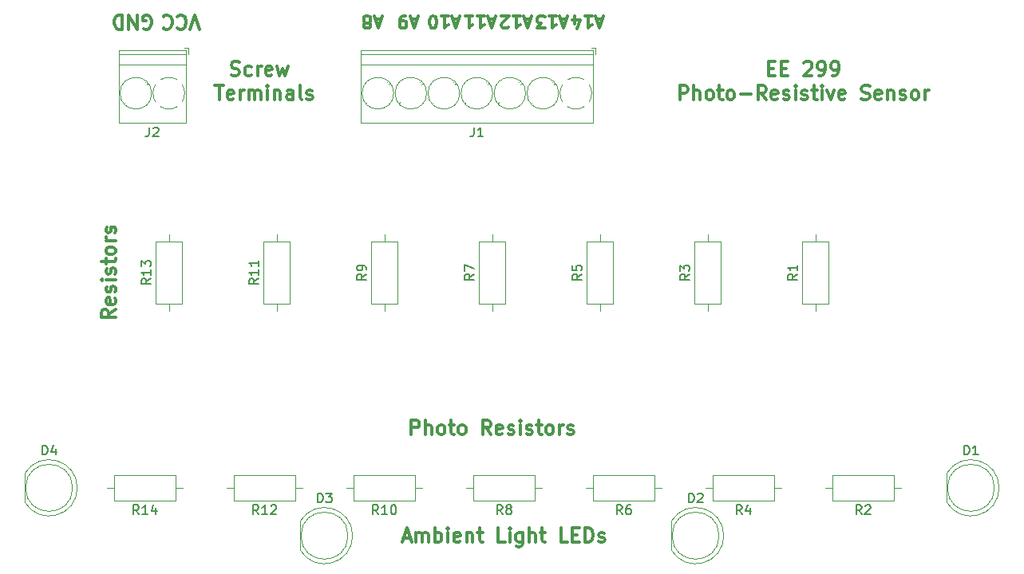
<source format=gbr>
G04 #@! TF.GenerationSoftware,KiCad,Pcbnew,5.1.9-73d0e3b20d~88~ubuntu20.04.1*
G04 #@! TF.CreationDate,2022-04-18T22:37:33-07:00*
G04 #@! TF.ProjectId,Photo_Resistor_Sensing2,50686f74-6f5f-4526-9573-6973746f725f,rev?*
G04 #@! TF.SameCoordinates,Original*
G04 #@! TF.FileFunction,Legend,Top*
G04 #@! TF.FilePolarity,Positive*
%FSLAX46Y46*%
G04 Gerber Fmt 4.6, Leading zero omitted, Abs format (unit mm)*
G04 Created by KiCad (PCBNEW 5.1.9-73d0e3b20d~88~ubuntu20.04.1) date 2022-04-18 22:37:33*
%MOMM*%
%LPD*%
G01*
G04 APERTURE LIST*
%ADD10C,0.300000*%
%ADD11C,0.120000*%
%ADD12C,0.150000*%
G04 APERTURE END LIST*
D10*
X146324285Y-62832142D02*
X146538571Y-62903571D01*
X146895714Y-62903571D01*
X147038571Y-62832142D01*
X147110000Y-62760714D01*
X147181428Y-62617857D01*
X147181428Y-62475000D01*
X147110000Y-62332142D01*
X147038571Y-62260714D01*
X146895714Y-62189285D01*
X146610000Y-62117857D01*
X146467142Y-62046428D01*
X146395714Y-61975000D01*
X146324285Y-61832142D01*
X146324285Y-61689285D01*
X146395714Y-61546428D01*
X146467142Y-61475000D01*
X146610000Y-61403571D01*
X146967142Y-61403571D01*
X147181428Y-61475000D01*
X148467142Y-62832142D02*
X148324285Y-62903571D01*
X148038571Y-62903571D01*
X147895714Y-62832142D01*
X147824285Y-62760714D01*
X147752857Y-62617857D01*
X147752857Y-62189285D01*
X147824285Y-62046428D01*
X147895714Y-61975000D01*
X148038571Y-61903571D01*
X148324285Y-61903571D01*
X148467142Y-61975000D01*
X149110000Y-62903571D02*
X149110000Y-61903571D01*
X149110000Y-62189285D02*
X149181428Y-62046428D01*
X149252857Y-61975000D01*
X149395714Y-61903571D01*
X149538571Y-61903571D01*
X150610000Y-62832142D02*
X150467142Y-62903571D01*
X150181428Y-62903571D01*
X150038571Y-62832142D01*
X149967142Y-62689285D01*
X149967142Y-62117857D01*
X150038571Y-61975000D01*
X150181428Y-61903571D01*
X150467142Y-61903571D01*
X150610000Y-61975000D01*
X150681428Y-62117857D01*
X150681428Y-62260714D01*
X149967142Y-62403571D01*
X151181428Y-61903571D02*
X151467142Y-62903571D01*
X151752857Y-62189285D01*
X152038571Y-62903571D01*
X152324285Y-61903571D01*
X144610000Y-63953571D02*
X145467142Y-63953571D01*
X145038571Y-65453571D02*
X145038571Y-63953571D01*
X146538571Y-65382142D02*
X146395714Y-65453571D01*
X146110000Y-65453571D01*
X145967142Y-65382142D01*
X145895714Y-65239285D01*
X145895714Y-64667857D01*
X145967142Y-64525000D01*
X146110000Y-64453571D01*
X146395714Y-64453571D01*
X146538571Y-64525000D01*
X146610000Y-64667857D01*
X146610000Y-64810714D01*
X145895714Y-64953571D01*
X147252857Y-65453571D02*
X147252857Y-64453571D01*
X147252857Y-64739285D02*
X147324285Y-64596428D01*
X147395714Y-64525000D01*
X147538571Y-64453571D01*
X147681428Y-64453571D01*
X148181428Y-65453571D02*
X148181428Y-64453571D01*
X148181428Y-64596428D02*
X148252857Y-64525000D01*
X148395714Y-64453571D01*
X148610000Y-64453571D01*
X148752857Y-64525000D01*
X148824285Y-64667857D01*
X148824285Y-65453571D01*
X148824285Y-64667857D02*
X148895714Y-64525000D01*
X149038571Y-64453571D01*
X149252857Y-64453571D01*
X149395714Y-64525000D01*
X149467142Y-64667857D01*
X149467142Y-65453571D01*
X150181428Y-65453571D02*
X150181428Y-64453571D01*
X150181428Y-63953571D02*
X150110000Y-64025000D01*
X150181428Y-64096428D01*
X150252857Y-64025000D01*
X150181428Y-63953571D01*
X150181428Y-64096428D01*
X150895714Y-64453571D02*
X150895714Y-65453571D01*
X150895714Y-64596428D02*
X150967142Y-64525000D01*
X151110000Y-64453571D01*
X151324285Y-64453571D01*
X151467142Y-64525000D01*
X151538571Y-64667857D01*
X151538571Y-65453571D01*
X152895714Y-65453571D02*
X152895714Y-64667857D01*
X152824285Y-64525000D01*
X152681428Y-64453571D01*
X152395714Y-64453571D01*
X152252857Y-64525000D01*
X152895714Y-65382142D02*
X152752857Y-65453571D01*
X152395714Y-65453571D01*
X152252857Y-65382142D01*
X152181428Y-65239285D01*
X152181428Y-65096428D01*
X152252857Y-64953571D01*
X152395714Y-64882142D01*
X152752857Y-64882142D01*
X152895714Y-64810714D01*
X153824285Y-65453571D02*
X153681428Y-65382142D01*
X153610000Y-65239285D01*
X153610000Y-63953571D01*
X154324285Y-65382142D02*
X154467142Y-65453571D01*
X154752857Y-65453571D01*
X154895714Y-65382142D01*
X154967142Y-65239285D01*
X154967142Y-65167857D01*
X154895714Y-65025000D01*
X154752857Y-64953571D01*
X154538571Y-64953571D01*
X154395714Y-64882142D01*
X154324285Y-64739285D01*
X154324285Y-64667857D01*
X154395714Y-64525000D01*
X154538571Y-64453571D01*
X154752857Y-64453571D01*
X154895714Y-64525000D01*
X203295714Y-62117857D02*
X203795714Y-62117857D01*
X204010000Y-62903571D02*
X203295714Y-62903571D01*
X203295714Y-61403571D01*
X204010000Y-61403571D01*
X204652857Y-62117857D02*
X205152857Y-62117857D01*
X205367142Y-62903571D02*
X204652857Y-62903571D01*
X204652857Y-61403571D01*
X205367142Y-61403571D01*
X207081428Y-61546428D02*
X207152857Y-61475000D01*
X207295714Y-61403571D01*
X207652857Y-61403571D01*
X207795714Y-61475000D01*
X207867142Y-61546428D01*
X207938571Y-61689285D01*
X207938571Y-61832142D01*
X207867142Y-62046428D01*
X207010000Y-62903571D01*
X207938571Y-62903571D01*
X208652857Y-62903571D02*
X208938571Y-62903571D01*
X209081428Y-62832142D01*
X209152857Y-62760714D01*
X209295714Y-62546428D01*
X209367142Y-62260714D01*
X209367142Y-61689285D01*
X209295714Y-61546428D01*
X209224285Y-61475000D01*
X209081428Y-61403571D01*
X208795714Y-61403571D01*
X208652857Y-61475000D01*
X208581428Y-61546428D01*
X208510000Y-61689285D01*
X208510000Y-62046428D01*
X208581428Y-62189285D01*
X208652857Y-62260714D01*
X208795714Y-62332142D01*
X209081428Y-62332142D01*
X209224285Y-62260714D01*
X209295714Y-62189285D01*
X209367142Y-62046428D01*
X210081428Y-62903571D02*
X210367142Y-62903571D01*
X210510000Y-62832142D01*
X210581428Y-62760714D01*
X210724285Y-62546428D01*
X210795714Y-62260714D01*
X210795714Y-61689285D01*
X210724285Y-61546428D01*
X210652857Y-61475000D01*
X210510000Y-61403571D01*
X210224285Y-61403571D01*
X210081428Y-61475000D01*
X210010000Y-61546428D01*
X209938571Y-61689285D01*
X209938571Y-62046428D01*
X210010000Y-62189285D01*
X210081428Y-62260714D01*
X210224285Y-62332142D01*
X210510000Y-62332142D01*
X210652857Y-62260714D01*
X210724285Y-62189285D01*
X210795714Y-62046428D01*
X193902857Y-65453571D02*
X193902857Y-63953571D01*
X194474285Y-63953571D01*
X194617142Y-64025000D01*
X194688571Y-64096428D01*
X194759999Y-64239285D01*
X194759999Y-64453571D01*
X194688571Y-64596428D01*
X194617142Y-64667857D01*
X194474285Y-64739285D01*
X193902857Y-64739285D01*
X195402857Y-65453571D02*
X195402857Y-63953571D01*
X196045714Y-65453571D02*
X196045714Y-64667857D01*
X195974285Y-64525000D01*
X195831428Y-64453571D01*
X195617142Y-64453571D01*
X195474285Y-64525000D01*
X195402857Y-64596428D01*
X196974285Y-65453571D02*
X196831428Y-65382142D01*
X196759999Y-65310714D01*
X196688571Y-65167857D01*
X196688571Y-64739285D01*
X196759999Y-64596428D01*
X196831428Y-64525000D01*
X196974285Y-64453571D01*
X197188571Y-64453571D01*
X197331428Y-64525000D01*
X197402857Y-64596428D01*
X197474285Y-64739285D01*
X197474285Y-65167857D01*
X197402857Y-65310714D01*
X197331428Y-65382142D01*
X197188571Y-65453571D01*
X196974285Y-65453571D01*
X197902857Y-64453571D02*
X198474285Y-64453571D01*
X198117142Y-63953571D02*
X198117142Y-65239285D01*
X198188571Y-65382142D01*
X198331428Y-65453571D01*
X198474285Y-65453571D01*
X199188571Y-65453571D02*
X199045714Y-65382142D01*
X198974285Y-65310714D01*
X198902857Y-65167857D01*
X198902857Y-64739285D01*
X198974285Y-64596428D01*
X199045714Y-64525000D01*
X199188571Y-64453571D01*
X199402857Y-64453571D01*
X199545714Y-64525000D01*
X199617142Y-64596428D01*
X199688571Y-64739285D01*
X199688571Y-65167857D01*
X199617142Y-65310714D01*
X199545714Y-65382142D01*
X199402857Y-65453571D01*
X199188571Y-65453571D01*
X200331428Y-64882142D02*
X201474285Y-64882142D01*
X203045714Y-65453571D02*
X202545714Y-64739285D01*
X202188571Y-65453571D02*
X202188571Y-63953571D01*
X202759999Y-63953571D01*
X202902857Y-64025000D01*
X202974285Y-64096428D01*
X203045714Y-64239285D01*
X203045714Y-64453571D01*
X202974285Y-64596428D01*
X202902857Y-64667857D01*
X202759999Y-64739285D01*
X202188571Y-64739285D01*
X204259999Y-65382142D02*
X204117142Y-65453571D01*
X203831428Y-65453571D01*
X203688571Y-65382142D01*
X203617142Y-65239285D01*
X203617142Y-64667857D01*
X203688571Y-64525000D01*
X203831428Y-64453571D01*
X204117142Y-64453571D01*
X204259999Y-64525000D01*
X204331428Y-64667857D01*
X204331428Y-64810714D01*
X203617142Y-64953571D01*
X204902857Y-65382142D02*
X205045714Y-65453571D01*
X205331428Y-65453571D01*
X205474285Y-65382142D01*
X205545714Y-65239285D01*
X205545714Y-65167857D01*
X205474285Y-65025000D01*
X205331428Y-64953571D01*
X205117142Y-64953571D01*
X204974285Y-64882142D01*
X204902857Y-64739285D01*
X204902857Y-64667857D01*
X204974285Y-64525000D01*
X205117142Y-64453571D01*
X205331428Y-64453571D01*
X205474285Y-64525000D01*
X206188571Y-65453571D02*
X206188571Y-64453571D01*
X206188571Y-63953571D02*
X206117142Y-64025000D01*
X206188571Y-64096428D01*
X206259999Y-64025000D01*
X206188571Y-63953571D01*
X206188571Y-64096428D01*
X206831428Y-65382142D02*
X206974285Y-65453571D01*
X207259999Y-65453571D01*
X207402857Y-65382142D01*
X207474285Y-65239285D01*
X207474285Y-65167857D01*
X207402857Y-65025000D01*
X207259999Y-64953571D01*
X207045714Y-64953571D01*
X206902857Y-64882142D01*
X206831428Y-64739285D01*
X206831428Y-64667857D01*
X206902857Y-64525000D01*
X207045714Y-64453571D01*
X207259999Y-64453571D01*
X207402857Y-64525000D01*
X207902857Y-64453571D02*
X208474285Y-64453571D01*
X208117142Y-63953571D02*
X208117142Y-65239285D01*
X208188571Y-65382142D01*
X208331428Y-65453571D01*
X208474285Y-65453571D01*
X208974285Y-65453571D02*
X208974285Y-64453571D01*
X208974285Y-63953571D02*
X208902857Y-64025000D01*
X208974285Y-64096428D01*
X209045714Y-64025000D01*
X208974285Y-63953571D01*
X208974285Y-64096428D01*
X209545714Y-64453571D02*
X209902857Y-65453571D01*
X210259999Y-64453571D01*
X211402857Y-65382142D02*
X211260000Y-65453571D01*
X210974285Y-65453571D01*
X210831428Y-65382142D01*
X210760000Y-65239285D01*
X210760000Y-64667857D01*
X210831428Y-64525000D01*
X210974285Y-64453571D01*
X211260000Y-64453571D01*
X211402857Y-64525000D01*
X211474285Y-64667857D01*
X211474285Y-64810714D01*
X210760000Y-64953571D01*
X213188571Y-65382142D02*
X213402857Y-65453571D01*
X213760000Y-65453571D01*
X213902857Y-65382142D01*
X213974285Y-65310714D01*
X214045714Y-65167857D01*
X214045714Y-65025000D01*
X213974285Y-64882142D01*
X213902857Y-64810714D01*
X213760000Y-64739285D01*
X213474285Y-64667857D01*
X213331428Y-64596428D01*
X213260000Y-64525000D01*
X213188571Y-64382142D01*
X213188571Y-64239285D01*
X213260000Y-64096428D01*
X213331428Y-64025000D01*
X213474285Y-63953571D01*
X213831428Y-63953571D01*
X214045714Y-64025000D01*
X215260000Y-65382142D02*
X215117142Y-65453571D01*
X214831428Y-65453571D01*
X214688571Y-65382142D01*
X214617142Y-65239285D01*
X214617142Y-64667857D01*
X214688571Y-64525000D01*
X214831428Y-64453571D01*
X215117142Y-64453571D01*
X215260000Y-64525000D01*
X215331428Y-64667857D01*
X215331428Y-64810714D01*
X214617142Y-64953571D01*
X215974285Y-64453571D02*
X215974285Y-65453571D01*
X215974285Y-64596428D02*
X216045714Y-64525000D01*
X216188571Y-64453571D01*
X216402857Y-64453571D01*
X216545714Y-64525000D01*
X216617142Y-64667857D01*
X216617142Y-65453571D01*
X217260000Y-65382142D02*
X217402857Y-65453571D01*
X217688571Y-65453571D01*
X217831428Y-65382142D01*
X217902857Y-65239285D01*
X217902857Y-65167857D01*
X217831428Y-65025000D01*
X217688571Y-64953571D01*
X217474285Y-64953571D01*
X217331428Y-64882142D01*
X217260000Y-64739285D01*
X217260000Y-64667857D01*
X217331428Y-64525000D01*
X217474285Y-64453571D01*
X217688571Y-64453571D01*
X217831428Y-64525000D01*
X218760000Y-65453571D02*
X218617142Y-65382142D01*
X218545714Y-65310714D01*
X218474285Y-65167857D01*
X218474285Y-64739285D01*
X218545714Y-64596428D01*
X218617142Y-64525000D01*
X218760000Y-64453571D01*
X218974285Y-64453571D01*
X219117142Y-64525000D01*
X219188571Y-64596428D01*
X219260000Y-64739285D01*
X219260000Y-65167857D01*
X219188571Y-65310714D01*
X219117142Y-65382142D01*
X218974285Y-65453571D01*
X218760000Y-65453571D01*
X219902857Y-65453571D02*
X219902857Y-64453571D01*
X219902857Y-64739285D02*
X219974285Y-64596428D01*
X220045714Y-64525000D01*
X220188571Y-64453571D01*
X220331428Y-64453571D01*
X137032857Y-57900000D02*
X137175714Y-57971428D01*
X137390000Y-57971428D01*
X137604285Y-57900000D01*
X137747142Y-57757142D01*
X137818571Y-57614285D01*
X137890000Y-57328571D01*
X137890000Y-57114285D01*
X137818571Y-56828571D01*
X137747142Y-56685714D01*
X137604285Y-56542857D01*
X137390000Y-56471428D01*
X137247142Y-56471428D01*
X137032857Y-56542857D01*
X136961428Y-56614285D01*
X136961428Y-57114285D01*
X137247142Y-57114285D01*
X136318571Y-56471428D02*
X136318571Y-57971428D01*
X135461428Y-56471428D01*
X135461428Y-57971428D01*
X134747142Y-56471428D02*
X134747142Y-57971428D01*
X134390000Y-57971428D01*
X134175714Y-57900000D01*
X134032857Y-57757142D01*
X133961428Y-57614285D01*
X133890000Y-57328571D01*
X133890000Y-57114285D01*
X133961428Y-56828571D01*
X134032857Y-56685714D01*
X134175714Y-56542857D01*
X134390000Y-56471428D01*
X134747142Y-56471428D01*
X142970000Y-57971428D02*
X142470000Y-56471428D01*
X141970000Y-57971428D01*
X140612857Y-56614285D02*
X140684285Y-56542857D01*
X140898571Y-56471428D01*
X141041428Y-56471428D01*
X141255714Y-56542857D01*
X141398571Y-56685714D01*
X141470000Y-56828571D01*
X141541428Y-57114285D01*
X141541428Y-57328571D01*
X141470000Y-57614285D01*
X141398571Y-57757142D01*
X141255714Y-57900000D01*
X141041428Y-57971428D01*
X140898571Y-57971428D01*
X140684285Y-57900000D01*
X140612857Y-57828571D01*
X139112857Y-56614285D02*
X139184285Y-56542857D01*
X139398571Y-56471428D01*
X139541428Y-56471428D01*
X139755714Y-56542857D01*
X139898571Y-56685714D01*
X139970000Y-56828571D01*
X140041428Y-57114285D01*
X140041428Y-57328571D01*
X139970000Y-57614285D01*
X139898571Y-57757142D01*
X139755714Y-57900000D01*
X139541428Y-57971428D01*
X139398571Y-57971428D01*
X139184285Y-57900000D01*
X139112857Y-57828571D01*
X185697619Y-56933333D02*
X185078571Y-56933333D01*
X185821428Y-56561904D02*
X185388095Y-57861904D01*
X184954761Y-56561904D01*
X183840476Y-56561904D02*
X184583333Y-56561904D01*
X184211904Y-56561904D02*
X184211904Y-57861904D01*
X184335714Y-57676190D01*
X184459523Y-57552380D01*
X184583333Y-57490476D01*
X182726190Y-57428571D02*
X182726190Y-56561904D01*
X183035714Y-57923809D02*
X183345238Y-56995238D01*
X182540476Y-56995238D01*
X181887619Y-56933333D02*
X181268571Y-56933333D01*
X182011428Y-56561904D02*
X181578095Y-57861904D01*
X181144761Y-56561904D01*
X180030476Y-56561904D02*
X180773333Y-56561904D01*
X180401904Y-56561904D02*
X180401904Y-57861904D01*
X180525714Y-57676190D01*
X180649523Y-57552380D01*
X180773333Y-57490476D01*
X179597142Y-57861904D02*
X178792380Y-57861904D01*
X179225714Y-57366666D01*
X179040000Y-57366666D01*
X178916190Y-57304761D01*
X178854285Y-57242857D01*
X178792380Y-57119047D01*
X178792380Y-56809523D01*
X178854285Y-56685714D01*
X178916190Y-56623809D01*
X179040000Y-56561904D01*
X179411428Y-56561904D01*
X179535238Y-56623809D01*
X179597142Y-56685714D01*
X178077619Y-56933333D02*
X177458571Y-56933333D01*
X178201428Y-56561904D02*
X177768095Y-57861904D01*
X177334761Y-56561904D01*
X176220476Y-56561904D02*
X176963333Y-56561904D01*
X176591904Y-56561904D02*
X176591904Y-57861904D01*
X176715714Y-57676190D01*
X176839523Y-57552380D01*
X176963333Y-57490476D01*
X175725238Y-57738095D02*
X175663333Y-57800000D01*
X175539523Y-57861904D01*
X175230000Y-57861904D01*
X175106190Y-57800000D01*
X175044285Y-57738095D01*
X174982380Y-57614285D01*
X174982380Y-57490476D01*
X175044285Y-57304761D01*
X175787142Y-56561904D01*
X174982380Y-56561904D01*
X174267619Y-56933333D02*
X173648571Y-56933333D01*
X174391428Y-56561904D02*
X173958095Y-57861904D01*
X173524761Y-56561904D01*
X172410476Y-56561904D02*
X173153333Y-56561904D01*
X172781904Y-56561904D02*
X172781904Y-57861904D01*
X172905714Y-57676190D01*
X173029523Y-57552380D01*
X173153333Y-57490476D01*
X171172380Y-56561904D02*
X171915238Y-56561904D01*
X171543809Y-56561904D02*
X171543809Y-57861904D01*
X171667619Y-57676190D01*
X171791428Y-57552380D01*
X171915238Y-57490476D01*
X170457619Y-56933333D02*
X169838571Y-56933333D01*
X170581428Y-56561904D02*
X170148095Y-57861904D01*
X169714761Y-56561904D01*
X168600476Y-56561904D02*
X169343333Y-56561904D01*
X168971904Y-56561904D02*
X168971904Y-57861904D01*
X169095714Y-57676190D01*
X169219523Y-57552380D01*
X169343333Y-57490476D01*
X167795714Y-57861904D02*
X167671904Y-57861904D01*
X167548095Y-57800000D01*
X167486190Y-57738095D01*
X167424285Y-57614285D01*
X167362380Y-57366666D01*
X167362380Y-57057142D01*
X167424285Y-56809523D01*
X167486190Y-56685714D01*
X167548095Y-56623809D01*
X167671904Y-56561904D01*
X167795714Y-56561904D01*
X167919523Y-56623809D01*
X167981428Y-56685714D01*
X168043333Y-56809523D01*
X168105238Y-57057142D01*
X168105238Y-57366666D01*
X168043333Y-57614285D01*
X167981428Y-57738095D01*
X167919523Y-57800000D01*
X167795714Y-57861904D01*
X166028571Y-56933333D02*
X165409523Y-56933333D01*
X166152380Y-56561904D02*
X165719047Y-57861904D01*
X165285714Y-56561904D01*
X164790476Y-56561904D02*
X164542857Y-56561904D01*
X164419047Y-56623809D01*
X164357142Y-56685714D01*
X164233333Y-56871428D01*
X164171428Y-57119047D01*
X164171428Y-57614285D01*
X164233333Y-57738095D01*
X164295238Y-57800000D01*
X164419047Y-57861904D01*
X164666666Y-57861904D01*
X164790476Y-57800000D01*
X164852380Y-57738095D01*
X164914285Y-57614285D01*
X164914285Y-57304761D01*
X164852380Y-57180952D01*
X164790476Y-57119047D01*
X164666666Y-57057142D01*
X164419047Y-57057142D01*
X164295238Y-57119047D01*
X164233333Y-57180952D01*
X164171428Y-57304761D01*
X162218571Y-56933333D02*
X161599523Y-56933333D01*
X162342380Y-56561904D02*
X161909047Y-57861904D01*
X161475714Y-56561904D01*
X160856666Y-57304761D02*
X160980476Y-57366666D01*
X161042380Y-57428571D01*
X161104285Y-57552380D01*
X161104285Y-57614285D01*
X161042380Y-57738095D01*
X160980476Y-57800000D01*
X160856666Y-57861904D01*
X160609047Y-57861904D01*
X160485238Y-57800000D01*
X160423333Y-57738095D01*
X160361428Y-57614285D01*
X160361428Y-57552380D01*
X160423333Y-57428571D01*
X160485238Y-57366666D01*
X160609047Y-57304761D01*
X160856666Y-57304761D01*
X160980476Y-57242857D01*
X161042380Y-57180952D01*
X161104285Y-57057142D01*
X161104285Y-56809523D01*
X161042380Y-56685714D01*
X160980476Y-56623809D01*
X160856666Y-56561904D01*
X160609047Y-56561904D01*
X160485238Y-56623809D01*
X160423333Y-56685714D01*
X160361428Y-56809523D01*
X160361428Y-57057142D01*
X160423333Y-57180952D01*
X160485238Y-57242857D01*
X160609047Y-57304761D01*
X164581428Y-112010000D02*
X165295714Y-112010000D01*
X164438571Y-112438571D02*
X164938571Y-110938571D01*
X165438571Y-112438571D01*
X165938571Y-112438571D02*
X165938571Y-111438571D01*
X165938571Y-111581428D02*
X166010000Y-111510000D01*
X166152857Y-111438571D01*
X166367142Y-111438571D01*
X166510000Y-111510000D01*
X166581428Y-111652857D01*
X166581428Y-112438571D01*
X166581428Y-111652857D02*
X166652857Y-111510000D01*
X166795714Y-111438571D01*
X167010000Y-111438571D01*
X167152857Y-111510000D01*
X167224285Y-111652857D01*
X167224285Y-112438571D01*
X167938571Y-112438571D02*
X167938571Y-110938571D01*
X167938571Y-111510000D02*
X168081428Y-111438571D01*
X168367142Y-111438571D01*
X168510000Y-111510000D01*
X168581428Y-111581428D01*
X168652857Y-111724285D01*
X168652857Y-112152857D01*
X168581428Y-112295714D01*
X168510000Y-112367142D01*
X168367142Y-112438571D01*
X168081428Y-112438571D01*
X167938571Y-112367142D01*
X169295714Y-112438571D02*
X169295714Y-111438571D01*
X169295714Y-110938571D02*
X169224285Y-111010000D01*
X169295714Y-111081428D01*
X169367142Y-111010000D01*
X169295714Y-110938571D01*
X169295714Y-111081428D01*
X170581428Y-112367142D02*
X170438571Y-112438571D01*
X170152857Y-112438571D01*
X170010000Y-112367142D01*
X169938571Y-112224285D01*
X169938571Y-111652857D01*
X170010000Y-111510000D01*
X170152857Y-111438571D01*
X170438571Y-111438571D01*
X170581428Y-111510000D01*
X170652857Y-111652857D01*
X170652857Y-111795714D01*
X169938571Y-111938571D01*
X171295714Y-111438571D02*
X171295714Y-112438571D01*
X171295714Y-111581428D02*
X171367142Y-111510000D01*
X171510000Y-111438571D01*
X171724285Y-111438571D01*
X171867142Y-111510000D01*
X171938571Y-111652857D01*
X171938571Y-112438571D01*
X172438571Y-111438571D02*
X173010000Y-111438571D01*
X172652857Y-110938571D02*
X172652857Y-112224285D01*
X172724285Y-112367142D01*
X172867142Y-112438571D01*
X173010000Y-112438571D01*
X175367142Y-112438571D02*
X174652857Y-112438571D01*
X174652857Y-110938571D01*
X175867142Y-112438571D02*
X175867142Y-111438571D01*
X175867142Y-110938571D02*
X175795714Y-111010000D01*
X175867142Y-111081428D01*
X175938571Y-111010000D01*
X175867142Y-110938571D01*
X175867142Y-111081428D01*
X177224285Y-111438571D02*
X177224285Y-112652857D01*
X177152857Y-112795714D01*
X177081428Y-112867142D01*
X176938571Y-112938571D01*
X176724285Y-112938571D01*
X176581428Y-112867142D01*
X177224285Y-112367142D02*
X177081428Y-112438571D01*
X176795714Y-112438571D01*
X176652857Y-112367142D01*
X176581428Y-112295714D01*
X176510000Y-112152857D01*
X176510000Y-111724285D01*
X176581428Y-111581428D01*
X176652857Y-111510000D01*
X176795714Y-111438571D01*
X177081428Y-111438571D01*
X177224285Y-111510000D01*
X177938571Y-112438571D02*
X177938571Y-110938571D01*
X178581428Y-112438571D02*
X178581428Y-111652857D01*
X178510000Y-111510000D01*
X178367142Y-111438571D01*
X178152857Y-111438571D01*
X178010000Y-111510000D01*
X177938571Y-111581428D01*
X179081428Y-111438571D02*
X179652857Y-111438571D01*
X179295714Y-110938571D02*
X179295714Y-112224285D01*
X179367142Y-112367142D01*
X179510000Y-112438571D01*
X179652857Y-112438571D01*
X182010000Y-112438571D02*
X181295714Y-112438571D01*
X181295714Y-110938571D01*
X182510000Y-111652857D02*
X183010000Y-111652857D01*
X183224285Y-112438571D02*
X182510000Y-112438571D01*
X182510000Y-110938571D01*
X183224285Y-110938571D01*
X183867142Y-112438571D02*
X183867142Y-110938571D01*
X184224285Y-110938571D01*
X184438571Y-111010000D01*
X184581428Y-111152857D01*
X184652857Y-111295714D01*
X184724285Y-111581428D01*
X184724285Y-111795714D01*
X184652857Y-112081428D01*
X184581428Y-112224285D01*
X184438571Y-112367142D01*
X184224285Y-112438571D01*
X183867142Y-112438571D01*
X185295714Y-112367142D02*
X185438571Y-112438571D01*
X185724285Y-112438571D01*
X185867142Y-112367142D01*
X185938571Y-112224285D01*
X185938571Y-112152857D01*
X185867142Y-112010000D01*
X185724285Y-111938571D01*
X185510000Y-111938571D01*
X185367142Y-111867142D01*
X185295714Y-111724285D01*
X185295714Y-111652857D01*
X185367142Y-111510000D01*
X185510000Y-111438571D01*
X185724285Y-111438571D01*
X185867142Y-111510000D01*
X165418571Y-101008571D02*
X165418571Y-99508571D01*
X165990000Y-99508571D01*
X166132857Y-99580000D01*
X166204285Y-99651428D01*
X166275714Y-99794285D01*
X166275714Y-100008571D01*
X166204285Y-100151428D01*
X166132857Y-100222857D01*
X165990000Y-100294285D01*
X165418571Y-100294285D01*
X166918571Y-101008571D02*
X166918571Y-99508571D01*
X167561428Y-101008571D02*
X167561428Y-100222857D01*
X167490000Y-100080000D01*
X167347142Y-100008571D01*
X167132857Y-100008571D01*
X166990000Y-100080000D01*
X166918571Y-100151428D01*
X168490000Y-101008571D02*
X168347142Y-100937142D01*
X168275714Y-100865714D01*
X168204285Y-100722857D01*
X168204285Y-100294285D01*
X168275714Y-100151428D01*
X168347142Y-100080000D01*
X168490000Y-100008571D01*
X168704285Y-100008571D01*
X168847142Y-100080000D01*
X168918571Y-100151428D01*
X168990000Y-100294285D01*
X168990000Y-100722857D01*
X168918571Y-100865714D01*
X168847142Y-100937142D01*
X168704285Y-101008571D01*
X168490000Y-101008571D01*
X169418571Y-100008571D02*
X169990000Y-100008571D01*
X169632857Y-99508571D02*
X169632857Y-100794285D01*
X169704285Y-100937142D01*
X169847142Y-101008571D01*
X169990000Y-101008571D01*
X170704285Y-101008571D02*
X170561428Y-100937142D01*
X170490000Y-100865714D01*
X170418571Y-100722857D01*
X170418571Y-100294285D01*
X170490000Y-100151428D01*
X170561428Y-100080000D01*
X170704285Y-100008571D01*
X170918571Y-100008571D01*
X171061428Y-100080000D01*
X171132857Y-100151428D01*
X171204285Y-100294285D01*
X171204285Y-100722857D01*
X171132857Y-100865714D01*
X171061428Y-100937142D01*
X170918571Y-101008571D01*
X170704285Y-101008571D01*
X173847142Y-101008571D02*
X173347142Y-100294285D01*
X172990000Y-101008571D02*
X172990000Y-99508571D01*
X173561428Y-99508571D01*
X173704285Y-99580000D01*
X173775714Y-99651428D01*
X173847142Y-99794285D01*
X173847142Y-100008571D01*
X173775714Y-100151428D01*
X173704285Y-100222857D01*
X173561428Y-100294285D01*
X172990000Y-100294285D01*
X175061428Y-100937142D02*
X174918571Y-101008571D01*
X174632857Y-101008571D01*
X174490000Y-100937142D01*
X174418571Y-100794285D01*
X174418571Y-100222857D01*
X174490000Y-100080000D01*
X174632857Y-100008571D01*
X174918571Y-100008571D01*
X175061428Y-100080000D01*
X175132857Y-100222857D01*
X175132857Y-100365714D01*
X174418571Y-100508571D01*
X175704285Y-100937142D02*
X175847142Y-101008571D01*
X176132857Y-101008571D01*
X176275714Y-100937142D01*
X176347142Y-100794285D01*
X176347142Y-100722857D01*
X176275714Y-100580000D01*
X176132857Y-100508571D01*
X175918571Y-100508571D01*
X175775714Y-100437142D01*
X175704285Y-100294285D01*
X175704285Y-100222857D01*
X175775714Y-100080000D01*
X175918571Y-100008571D01*
X176132857Y-100008571D01*
X176275714Y-100080000D01*
X176990000Y-101008571D02*
X176990000Y-100008571D01*
X176990000Y-99508571D02*
X176918571Y-99580000D01*
X176990000Y-99651428D01*
X177061428Y-99580000D01*
X176990000Y-99508571D01*
X176990000Y-99651428D01*
X177632857Y-100937142D02*
X177775714Y-101008571D01*
X178061428Y-101008571D01*
X178204285Y-100937142D01*
X178275714Y-100794285D01*
X178275714Y-100722857D01*
X178204285Y-100580000D01*
X178061428Y-100508571D01*
X177847142Y-100508571D01*
X177704285Y-100437142D01*
X177632857Y-100294285D01*
X177632857Y-100222857D01*
X177704285Y-100080000D01*
X177847142Y-100008571D01*
X178061428Y-100008571D01*
X178204285Y-100080000D01*
X178704285Y-100008571D02*
X179275714Y-100008571D01*
X178918571Y-99508571D02*
X178918571Y-100794285D01*
X178990000Y-100937142D01*
X179132857Y-101008571D01*
X179275714Y-101008571D01*
X179990000Y-101008571D02*
X179847142Y-100937142D01*
X179775714Y-100865714D01*
X179704285Y-100722857D01*
X179704285Y-100294285D01*
X179775714Y-100151428D01*
X179847142Y-100080000D01*
X179990000Y-100008571D01*
X180204285Y-100008571D01*
X180347142Y-100080000D01*
X180418571Y-100151428D01*
X180490000Y-100294285D01*
X180490000Y-100722857D01*
X180418571Y-100865714D01*
X180347142Y-100937142D01*
X180204285Y-101008571D01*
X179990000Y-101008571D01*
X181132857Y-101008571D02*
X181132857Y-100008571D01*
X181132857Y-100294285D02*
X181204285Y-100151428D01*
X181275714Y-100080000D01*
X181418571Y-100008571D01*
X181561428Y-100008571D01*
X181990000Y-100937142D02*
X182132857Y-101008571D01*
X182418571Y-101008571D01*
X182561428Y-100937142D01*
X182632857Y-100794285D01*
X182632857Y-100722857D01*
X182561428Y-100580000D01*
X182418571Y-100508571D01*
X182204285Y-100508571D01*
X182061428Y-100437142D01*
X181990000Y-100294285D01*
X181990000Y-100222857D01*
X182061428Y-100080000D01*
X182204285Y-100008571D01*
X182418571Y-100008571D01*
X182561428Y-100080000D01*
X134028571Y-87748571D02*
X133314285Y-88248571D01*
X134028571Y-88605714D02*
X132528571Y-88605714D01*
X132528571Y-88034285D01*
X132600000Y-87891428D01*
X132671428Y-87820000D01*
X132814285Y-87748571D01*
X133028571Y-87748571D01*
X133171428Y-87820000D01*
X133242857Y-87891428D01*
X133314285Y-88034285D01*
X133314285Y-88605714D01*
X133957142Y-86534285D02*
X134028571Y-86677142D01*
X134028571Y-86962857D01*
X133957142Y-87105714D01*
X133814285Y-87177142D01*
X133242857Y-87177142D01*
X133100000Y-87105714D01*
X133028571Y-86962857D01*
X133028571Y-86677142D01*
X133100000Y-86534285D01*
X133242857Y-86462857D01*
X133385714Y-86462857D01*
X133528571Y-87177142D01*
X133957142Y-85891428D02*
X134028571Y-85748571D01*
X134028571Y-85462857D01*
X133957142Y-85320000D01*
X133814285Y-85248571D01*
X133742857Y-85248571D01*
X133600000Y-85320000D01*
X133528571Y-85462857D01*
X133528571Y-85677142D01*
X133457142Y-85820000D01*
X133314285Y-85891428D01*
X133242857Y-85891428D01*
X133100000Y-85820000D01*
X133028571Y-85677142D01*
X133028571Y-85462857D01*
X133100000Y-85320000D01*
X134028571Y-84605714D02*
X133028571Y-84605714D01*
X132528571Y-84605714D02*
X132600000Y-84677142D01*
X132671428Y-84605714D01*
X132600000Y-84534285D01*
X132528571Y-84605714D01*
X132671428Y-84605714D01*
X133957142Y-83962857D02*
X134028571Y-83820000D01*
X134028571Y-83534285D01*
X133957142Y-83391428D01*
X133814285Y-83320000D01*
X133742857Y-83320000D01*
X133600000Y-83391428D01*
X133528571Y-83534285D01*
X133528571Y-83748571D01*
X133457142Y-83891428D01*
X133314285Y-83962857D01*
X133242857Y-83962857D01*
X133100000Y-83891428D01*
X133028571Y-83748571D01*
X133028571Y-83534285D01*
X133100000Y-83391428D01*
X133028571Y-82891428D02*
X133028571Y-82320000D01*
X132528571Y-82677142D02*
X133814285Y-82677142D01*
X133957142Y-82605714D01*
X134028571Y-82462857D01*
X134028571Y-82320000D01*
X134028571Y-81605714D02*
X133957142Y-81748571D01*
X133885714Y-81820000D01*
X133742857Y-81891428D01*
X133314285Y-81891428D01*
X133171428Y-81820000D01*
X133100000Y-81748571D01*
X133028571Y-81605714D01*
X133028571Y-81391428D01*
X133100000Y-81248571D01*
X133171428Y-81177142D01*
X133314285Y-81105714D01*
X133742857Y-81105714D01*
X133885714Y-81177142D01*
X133957142Y-81248571D01*
X134028571Y-81391428D01*
X134028571Y-81605714D01*
X134028571Y-80462857D02*
X133028571Y-80462857D01*
X133314285Y-80462857D02*
X133171428Y-80391428D01*
X133100000Y-80320000D01*
X133028571Y-80177142D01*
X133028571Y-80034285D01*
X133957142Y-79605714D02*
X134028571Y-79462857D01*
X134028571Y-79177142D01*
X133957142Y-79034285D01*
X133814285Y-78962857D01*
X133742857Y-78962857D01*
X133600000Y-79034285D01*
X133528571Y-79177142D01*
X133528571Y-79391428D01*
X133457142Y-79534285D01*
X133314285Y-79605714D01*
X133242857Y-79605714D01*
X133100000Y-79534285D01*
X133028571Y-79391428D01*
X133028571Y-79177142D01*
X133100000Y-79034285D01*
D11*
G04 #@! TO.C,D1*
X222230000Y-105135000D02*
X222230000Y-108225000D01*
X227290000Y-106680000D02*
G75*
G03*
X227290000Y-106680000I-2500000J0D01*
G01*
X227780000Y-106680462D02*
G75*
G03*
X222230000Y-105135170I-2990000J462D01*
G01*
X227780000Y-106679538D02*
G75*
G02*
X222230000Y-108224830I-2990000J-462D01*
G01*
G04 #@! TO.C,D2*
X198570000Y-111759538D02*
G75*
G02*
X193020000Y-113304830I-2990000J-462D01*
G01*
X198570000Y-111760462D02*
G75*
G03*
X193020000Y-110215170I-2990000J462D01*
G01*
X198080000Y-111760000D02*
G75*
G03*
X198080000Y-111760000I-2500000J0D01*
G01*
X193020000Y-110215000D02*
X193020000Y-113305000D01*
G04 #@! TO.C,D3*
X153650000Y-110215000D02*
X153650000Y-113305000D01*
X158710000Y-111760000D02*
G75*
G03*
X158710000Y-111760000I-2500000J0D01*
G01*
X159200000Y-111760462D02*
G75*
G03*
X153650000Y-110215170I-2990000J462D01*
G01*
X159200000Y-111759538D02*
G75*
G02*
X153650000Y-113304830I-2990000J-462D01*
G01*
G04 #@! TO.C,D4*
X129990000Y-106679538D02*
G75*
G02*
X124440000Y-108224830I-2990000J-462D01*
G01*
X129990000Y-106680462D02*
G75*
G03*
X124440000Y-105135170I-2990000J462D01*
G01*
X129500000Y-106680000D02*
G75*
G03*
X129500000Y-106680000I-2500000J0D01*
G01*
X124440000Y-105135000D02*
X124440000Y-108225000D01*
G04 #@! TO.C,J1*
X184930000Y-59970000D02*
X184530000Y-59970000D01*
X184930000Y-60610000D02*
X184930000Y-59970000D01*
X163025000Y-63829000D02*
X163154000Y-63701000D01*
X160810000Y-66045000D02*
X160904000Y-65951000D01*
X162855000Y-63589000D02*
X162949000Y-63496000D01*
X160605000Y-65839000D02*
X160734000Y-65711000D01*
X166525000Y-63829000D02*
X166654000Y-63701000D01*
X164310000Y-66045000D02*
X164404000Y-65951000D01*
X166355000Y-63589000D02*
X166449000Y-63496000D01*
X164105000Y-65839000D02*
X164234000Y-65711000D01*
X170025000Y-63829000D02*
X170154000Y-63701000D01*
X167810000Y-66045000D02*
X167904000Y-65951000D01*
X169855000Y-63589000D02*
X169949000Y-63496000D01*
X167605000Y-65839000D02*
X167734000Y-65711000D01*
X173525000Y-63829000D02*
X173654000Y-63701000D01*
X171310000Y-66045000D02*
X171404000Y-65951000D01*
X173355000Y-63589000D02*
X173449000Y-63496000D01*
X171105000Y-65839000D02*
X171234000Y-65711000D01*
X177025000Y-63829000D02*
X177154000Y-63701000D01*
X174810000Y-66045000D02*
X174904000Y-65951000D01*
X176855000Y-63589000D02*
X176949000Y-63496000D01*
X174605000Y-65839000D02*
X174734000Y-65711000D01*
X180525000Y-63829000D02*
X180654000Y-63701000D01*
X178310000Y-66045000D02*
X178404000Y-65951000D01*
X180355000Y-63589000D02*
X180449000Y-63496000D01*
X178105000Y-65839000D02*
X178234000Y-65711000D01*
X160070000Y-67930000D02*
X160070000Y-60210000D01*
X184690000Y-67930000D02*
X184690000Y-60210000D01*
X184690000Y-60210000D02*
X160070000Y-60210000D01*
X184690000Y-67930000D02*
X160070000Y-67930000D01*
X184690000Y-61770000D02*
X160070000Y-61770000D01*
X184690000Y-60670000D02*
X160070000Y-60670000D01*
X163560000Y-64770000D02*
G75*
G03*
X163560000Y-64770000I-1680000J0D01*
G01*
X167060000Y-64770000D02*
G75*
G03*
X167060000Y-64770000I-1680000J0D01*
G01*
X170560000Y-64770000D02*
G75*
G03*
X170560000Y-64770000I-1680000J0D01*
G01*
X174060000Y-64770000D02*
G75*
G03*
X174060000Y-64770000I-1680000J0D01*
G01*
X177560000Y-64770000D02*
G75*
G03*
X177560000Y-64770000I-1680000J0D01*
G01*
X181060000Y-64770000D02*
G75*
G03*
X181060000Y-64770000I-1680000J0D01*
G01*
X181989736Y-63345279D02*
G75*
G02*
X182880000Y-63090000I890264J-1424721D01*
G01*
X181454495Y-65660193D02*
G75*
G02*
X181455000Y-63879000I1425505J890193D01*
G01*
X183769894Y-66195358D02*
G75*
G02*
X182014000Y-66210000I-889894J1425358D01*
G01*
X184305358Y-63880106D02*
G75*
G02*
X184320000Y-65636000I-1425358J-889894D01*
G01*
X182851326Y-63089901D02*
G75*
G02*
X183746000Y-63330000I28674J-1680099D01*
G01*
G04 #@! TO.C,J2*
X141750000Y-59970000D02*
X141350000Y-59970000D01*
X141750000Y-60610000D02*
X141750000Y-59970000D01*
X137345000Y-63829000D02*
X137474000Y-63701000D01*
X135130000Y-66045000D02*
X135224000Y-65951000D01*
X137175000Y-63589000D02*
X137269000Y-63496000D01*
X134925000Y-65839000D02*
X135054000Y-65711000D01*
X134390000Y-67930000D02*
X134390000Y-60210000D01*
X141510000Y-67930000D02*
X141510000Y-60210000D01*
X141510000Y-60210000D02*
X134390000Y-60210000D01*
X141510000Y-67930000D02*
X134390000Y-67930000D01*
X141510000Y-61770000D02*
X134390000Y-61770000D01*
X141510000Y-60670000D02*
X134390000Y-60670000D01*
X137880000Y-64770000D02*
G75*
G03*
X137880000Y-64770000I-1680000J0D01*
G01*
X138809736Y-63345279D02*
G75*
G02*
X139700000Y-63090000I890264J-1424721D01*
G01*
X138274495Y-65660193D02*
G75*
G02*
X138275000Y-63879000I1425505J890193D01*
G01*
X140589894Y-66195358D02*
G75*
G02*
X138834000Y-66210000I-889894J1425358D01*
G01*
X141125358Y-63880106D02*
G75*
G02*
X141140000Y-65636000I-1425358J-889894D01*
G01*
X139671326Y-63089901D02*
G75*
G02*
X140566000Y-63330000I28674J-1680099D01*
G01*
G04 #@! TO.C,R1*
X208280000Y-79780000D02*
X208280000Y-80550000D01*
X208280000Y-87860000D02*
X208280000Y-87090000D01*
X206910000Y-80550000D02*
X206910000Y-87090000D01*
X209650000Y-80550000D02*
X206910000Y-80550000D01*
X209650000Y-87090000D02*
X209650000Y-80550000D01*
X206910000Y-87090000D02*
X209650000Y-87090000D01*
G04 #@! TO.C,R2*
X216630000Y-108050000D02*
X216630000Y-105310000D01*
X216630000Y-105310000D02*
X210090000Y-105310000D01*
X210090000Y-105310000D02*
X210090000Y-108050000D01*
X210090000Y-108050000D02*
X216630000Y-108050000D01*
X217400000Y-106680000D02*
X216630000Y-106680000D01*
X209320000Y-106680000D02*
X210090000Y-106680000D01*
G04 #@! TO.C,R3*
X195480000Y-87090000D02*
X198220000Y-87090000D01*
X198220000Y-87090000D02*
X198220000Y-80550000D01*
X198220000Y-80550000D02*
X195480000Y-80550000D01*
X195480000Y-80550000D02*
X195480000Y-87090000D01*
X196850000Y-87860000D02*
X196850000Y-87090000D01*
X196850000Y-79780000D02*
X196850000Y-80550000D01*
G04 #@! TO.C,R4*
X196620000Y-106680000D02*
X197390000Y-106680000D01*
X204700000Y-106680000D02*
X203930000Y-106680000D01*
X197390000Y-108050000D02*
X203930000Y-108050000D01*
X197390000Y-105310000D02*
X197390000Y-108050000D01*
X203930000Y-105310000D02*
X197390000Y-105310000D01*
X203930000Y-108050000D02*
X203930000Y-105310000D01*
G04 #@! TO.C,R5*
X185420000Y-79780000D02*
X185420000Y-80550000D01*
X185420000Y-87860000D02*
X185420000Y-87090000D01*
X184050000Y-80550000D02*
X184050000Y-87090000D01*
X186790000Y-80550000D02*
X184050000Y-80550000D01*
X186790000Y-87090000D02*
X186790000Y-80550000D01*
X184050000Y-87090000D02*
X186790000Y-87090000D01*
G04 #@! TO.C,R6*
X191230000Y-108050000D02*
X191230000Y-105310000D01*
X191230000Y-105310000D02*
X184690000Y-105310000D01*
X184690000Y-105310000D02*
X184690000Y-108050000D01*
X184690000Y-108050000D02*
X191230000Y-108050000D01*
X192000000Y-106680000D02*
X191230000Y-106680000D01*
X183920000Y-106680000D02*
X184690000Y-106680000D01*
G04 #@! TO.C,R7*
X172620000Y-87090000D02*
X175360000Y-87090000D01*
X175360000Y-87090000D02*
X175360000Y-80550000D01*
X175360000Y-80550000D02*
X172620000Y-80550000D01*
X172620000Y-80550000D02*
X172620000Y-87090000D01*
X173990000Y-87860000D02*
X173990000Y-87090000D01*
X173990000Y-79780000D02*
X173990000Y-80550000D01*
G04 #@! TO.C,R8*
X171220000Y-106680000D02*
X171990000Y-106680000D01*
X179300000Y-106680000D02*
X178530000Y-106680000D01*
X171990000Y-108050000D02*
X178530000Y-108050000D01*
X171990000Y-105310000D02*
X171990000Y-108050000D01*
X178530000Y-105310000D02*
X171990000Y-105310000D01*
X178530000Y-108050000D02*
X178530000Y-105310000D01*
G04 #@! TO.C,R9*
X162560000Y-79780000D02*
X162560000Y-80550000D01*
X162560000Y-87860000D02*
X162560000Y-87090000D01*
X161190000Y-80550000D02*
X161190000Y-87090000D01*
X163930000Y-80550000D02*
X161190000Y-80550000D01*
X163930000Y-87090000D02*
X163930000Y-80550000D01*
X161190000Y-87090000D02*
X163930000Y-87090000D01*
G04 #@! TO.C,R10*
X165830000Y-108050000D02*
X165830000Y-105310000D01*
X165830000Y-105310000D02*
X159290000Y-105310000D01*
X159290000Y-105310000D02*
X159290000Y-108050000D01*
X159290000Y-108050000D02*
X165830000Y-108050000D01*
X166600000Y-106680000D02*
X165830000Y-106680000D01*
X158520000Y-106680000D02*
X159290000Y-106680000D01*
G04 #@! TO.C,R11*
X149760000Y-87090000D02*
X152500000Y-87090000D01*
X152500000Y-87090000D02*
X152500000Y-80550000D01*
X152500000Y-80550000D02*
X149760000Y-80550000D01*
X149760000Y-80550000D02*
X149760000Y-87090000D01*
X151130000Y-87860000D02*
X151130000Y-87090000D01*
X151130000Y-79780000D02*
X151130000Y-80550000D01*
G04 #@! TO.C,R12*
X145820000Y-106680000D02*
X146590000Y-106680000D01*
X153900000Y-106680000D02*
X153130000Y-106680000D01*
X146590000Y-108050000D02*
X153130000Y-108050000D01*
X146590000Y-105310000D02*
X146590000Y-108050000D01*
X153130000Y-105310000D02*
X146590000Y-105310000D01*
X153130000Y-108050000D02*
X153130000Y-105310000D01*
G04 #@! TO.C,R13*
X139700000Y-79780000D02*
X139700000Y-80550000D01*
X139700000Y-87860000D02*
X139700000Y-87090000D01*
X138330000Y-80550000D02*
X138330000Y-87090000D01*
X141070000Y-80550000D02*
X138330000Y-80550000D01*
X141070000Y-87090000D02*
X141070000Y-80550000D01*
X138330000Y-87090000D02*
X141070000Y-87090000D01*
G04 #@! TO.C,R14*
X140430000Y-108050000D02*
X140430000Y-105310000D01*
X140430000Y-105310000D02*
X133890000Y-105310000D01*
X133890000Y-105310000D02*
X133890000Y-108050000D01*
X133890000Y-108050000D02*
X140430000Y-108050000D01*
X141200000Y-106680000D02*
X140430000Y-106680000D01*
X133120000Y-106680000D02*
X133890000Y-106680000D01*
G04 #@! TO.C,D1*
D12*
X224051904Y-103172380D02*
X224051904Y-102172380D01*
X224290000Y-102172380D01*
X224432857Y-102220000D01*
X224528095Y-102315238D01*
X224575714Y-102410476D01*
X224623333Y-102600952D01*
X224623333Y-102743809D01*
X224575714Y-102934285D01*
X224528095Y-103029523D01*
X224432857Y-103124761D01*
X224290000Y-103172380D01*
X224051904Y-103172380D01*
X225575714Y-103172380D02*
X225004285Y-103172380D01*
X225290000Y-103172380D02*
X225290000Y-102172380D01*
X225194761Y-102315238D01*
X225099523Y-102410476D01*
X225004285Y-102458095D01*
G04 #@! TO.C,D2*
X194841904Y-108252380D02*
X194841904Y-107252380D01*
X195080000Y-107252380D01*
X195222857Y-107300000D01*
X195318095Y-107395238D01*
X195365714Y-107490476D01*
X195413333Y-107680952D01*
X195413333Y-107823809D01*
X195365714Y-108014285D01*
X195318095Y-108109523D01*
X195222857Y-108204761D01*
X195080000Y-108252380D01*
X194841904Y-108252380D01*
X195794285Y-107347619D02*
X195841904Y-107300000D01*
X195937142Y-107252380D01*
X196175238Y-107252380D01*
X196270476Y-107300000D01*
X196318095Y-107347619D01*
X196365714Y-107442857D01*
X196365714Y-107538095D01*
X196318095Y-107680952D01*
X195746666Y-108252380D01*
X196365714Y-108252380D01*
G04 #@! TO.C,D3*
X155471904Y-108252380D02*
X155471904Y-107252380D01*
X155710000Y-107252380D01*
X155852857Y-107300000D01*
X155948095Y-107395238D01*
X155995714Y-107490476D01*
X156043333Y-107680952D01*
X156043333Y-107823809D01*
X155995714Y-108014285D01*
X155948095Y-108109523D01*
X155852857Y-108204761D01*
X155710000Y-108252380D01*
X155471904Y-108252380D01*
X156376666Y-107252380D02*
X156995714Y-107252380D01*
X156662380Y-107633333D01*
X156805238Y-107633333D01*
X156900476Y-107680952D01*
X156948095Y-107728571D01*
X156995714Y-107823809D01*
X156995714Y-108061904D01*
X156948095Y-108157142D01*
X156900476Y-108204761D01*
X156805238Y-108252380D01*
X156519523Y-108252380D01*
X156424285Y-108204761D01*
X156376666Y-108157142D01*
G04 #@! TO.C,D4*
X126261904Y-103172380D02*
X126261904Y-102172380D01*
X126500000Y-102172380D01*
X126642857Y-102220000D01*
X126738095Y-102315238D01*
X126785714Y-102410476D01*
X126833333Y-102600952D01*
X126833333Y-102743809D01*
X126785714Y-102934285D01*
X126738095Y-103029523D01*
X126642857Y-103124761D01*
X126500000Y-103172380D01*
X126261904Y-103172380D01*
X127690476Y-102505714D02*
X127690476Y-103172380D01*
X127452380Y-102124761D02*
X127214285Y-102839047D01*
X127833333Y-102839047D01*
G04 #@! TO.C,J1*
X172046666Y-68382380D02*
X172046666Y-69096666D01*
X171999047Y-69239523D01*
X171903809Y-69334761D01*
X171760952Y-69382380D01*
X171665714Y-69382380D01*
X173046666Y-69382380D02*
X172475238Y-69382380D01*
X172760952Y-69382380D02*
X172760952Y-68382380D01*
X172665714Y-68525238D01*
X172570476Y-68620476D01*
X172475238Y-68668095D01*
G04 #@! TO.C,J2*
X137616666Y-68382380D02*
X137616666Y-69096666D01*
X137569047Y-69239523D01*
X137473809Y-69334761D01*
X137330952Y-69382380D01*
X137235714Y-69382380D01*
X138045238Y-68477619D02*
X138092857Y-68430000D01*
X138188095Y-68382380D01*
X138426190Y-68382380D01*
X138521428Y-68430000D01*
X138569047Y-68477619D01*
X138616666Y-68572857D01*
X138616666Y-68668095D01*
X138569047Y-68810952D01*
X137997619Y-69382380D01*
X138616666Y-69382380D01*
G04 #@! TO.C,R1*
X206362380Y-83986666D02*
X205886190Y-84320000D01*
X206362380Y-84558095D02*
X205362380Y-84558095D01*
X205362380Y-84177142D01*
X205410000Y-84081904D01*
X205457619Y-84034285D01*
X205552857Y-83986666D01*
X205695714Y-83986666D01*
X205790952Y-84034285D01*
X205838571Y-84081904D01*
X205886190Y-84177142D01*
X205886190Y-84558095D01*
X206362380Y-83034285D02*
X206362380Y-83605714D01*
X206362380Y-83320000D02*
X205362380Y-83320000D01*
X205505238Y-83415238D01*
X205600476Y-83510476D01*
X205648095Y-83605714D01*
G04 #@! TO.C,R2*
X213193333Y-109502380D02*
X212860000Y-109026190D01*
X212621904Y-109502380D02*
X212621904Y-108502380D01*
X213002857Y-108502380D01*
X213098095Y-108550000D01*
X213145714Y-108597619D01*
X213193333Y-108692857D01*
X213193333Y-108835714D01*
X213145714Y-108930952D01*
X213098095Y-108978571D01*
X213002857Y-109026190D01*
X212621904Y-109026190D01*
X213574285Y-108597619D02*
X213621904Y-108550000D01*
X213717142Y-108502380D01*
X213955238Y-108502380D01*
X214050476Y-108550000D01*
X214098095Y-108597619D01*
X214145714Y-108692857D01*
X214145714Y-108788095D01*
X214098095Y-108930952D01*
X213526666Y-109502380D01*
X214145714Y-109502380D01*
G04 #@! TO.C,R3*
X194932380Y-83986666D02*
X194456190Y-84320000D01*
X194932380Y-84558095D02*
X193932380Y-84558095D01*
X193932380Y-84177142D01*
X193980000Y-84081904D01*
X194027619Y-84034285D01*
X194122857Y-83986666D01*
X194265714Y-83986666D01*
X194360952Y-84034285D01*
X194408571Y-84081904D01*
X194456190Y-84177142D01*
X194456190Y-84558095D01*
X193932380Y-83653333D02*
X193932380Y-83034285D01*
X194313333Y-83367619D01*
X194313333Y-83224761D01*
X194360952Y-83129523D01*
X194408571Y-83081904D01*
X194503809Y-83034285D01*
X194741904Y-83034285D01*
X194837142Y-83081904D01*
X194884761Y-83129523D01*
X194932380Y-83224761D01*
X194932380Y-83510476D01*
X194884761Y-83605714D01*
X194837142Y-83653333D01*
G04 #@! TO.C,R4*
X200493333Y-109502380D02*
X200160000Y-109026190D01*
X199921904Y-109502380D02*
X199921904Y-108502380D01*
X200302857Y-108502380D01*
X200398095Y-108550000D01*
X200445714Y-108597619D01*
X200493333Y-108692857D01*
X200493333Y-108835714D01*
X200445714Y-108930952D01*
X200398095Y-108978571D01*
X200302857Y-109026190D01*
X199921904Y-109026190D01*
X201350476Y-108835714D02*
X201350476Y-109502380D01*
X201112380Y-108454761D02*
X200874285Y-109169047D01*
X201493333Y-109169047D01*
G04 #@! TO.C,R5*
X183502380Y-83986666D02*
X183026190Y-84320000D01*
X183502380Y-84558095D02*
X182502380Y-84558095D01*
X182502380Y-84177142D01*
X182550000Y-84081904D01*
X182597619Y-84034285D01*
X182692857Y-83986666D01*
X182835714Y-83986666D01*
X182930952Y-84034285D01*
X182978571Y-84081904D01*
X183026190Y-84177142D01*
X183026190Y-84558095D01*
X182502380Y-83081904D02*
X182502380Y-83558095D01*
X182978571Y-83605714D01*
X182930952Y-83558095D01*
X182883333Y-83462857D01*
X182883333Y-83224761D01*
X182930952Y-83129523D01*
X182978571Y-83081904D01*
X183073809Y-83034285D01*
X183311904Y-83034285D01*
X183407142Y-83081904D01*
X183454761Y-83129523D01*
X183502380Y-83224761D01*
X183502380Y-83462857D01*
X183454761Y-83558095D01*
X183407142Y-83605714D01*
G04 #@! TO.C,R6*
X187793333Y-109502380D02*
X187460000Y-109026190D01*
X187221904Y-109502380D02*
X187221904Y-108502380D01*
X187602857Y-108502380D01*
X187698095Y-108550000D01*
X187745714Y-108597619D01*
X187793333Y-108692857D01*
X187793333Y-108835714D01*
X187745714Y-108930952D01*
X187698095Y-108978571D01*
X187602857Y-109026190D01*
X187221904Y-109026190D01*
X188650476Y-108502380D02*
X188460000Y-108502380D01*
X188364761Y-108550000D01*
X188317142Y-108597619D01*
X188221904Y-108740476D01*
X188174285Y-108930952D01*
X188174285Y-109311904D01*
X188221904Y-109407142D01*
X188269523Y-109454761D01*
X188364761Y-109502380D01*
X188555238Y-109502380D01*
X188650476Y-109454761D01*
X188698095Y-109407142D01*
X188745714Y-109311904D01*
X188745714Y-109073809D01*
X188698095Y-108978571D01*
X188650476Y-108930952D01*
X188555238Y-108883333D01*
X188364761Y-108883333D01*
X188269523Y-108930952D01*
X188221904Y-108978571D01*
X188174285Y-109073809D01*
G04 #@! TO.C,R7*
X172072380Y-83986666D02*
X171596190Y-84320000D01*
X172072380Y-84558095D02*
X171072380Y-84558095D01*
X171072380Y-84177142D01*
X171120000Y-84081904D01*
X171167619Y-84034285D01*
X171262857Y-83986666D01*
X171405714Y-83986666D01*
X171500952Y-84034285D01*
X171548571Y-84081904D01*
X171596190Y-84177142D01*
X171596190Y-84558095D01*
X171072380Y-83653333D02*
X171072380Y-82986666D01*
X172072380Y-83415238D01*
G04 #@! TO.C,R8*
X175093333Y-109502380D02*
X174760000Y-109026190D01*
X174521904Y-109502380D02*
X174521904Y-108502380D01*
X174902857Y-108502380D01*
X174998095Y-108550000D01*
X175045714Y-108597619D01*
X175093333Y-108692857D01*
X175093333Y-108835714D01*
X175045714Y-108930952D01*
X174998095Y-108978571D01*
X174902857Y-109026190D01*
X174521904Y-109026190D01*
X175664761Y-108930952D02*
X175569523Y-108883333D01*
X175521904Y-108835714D01*
X175474285Y-108740476D01*
X175474285Y-108692857D01*
X175521904Y-108597619D01*
X175569523Y-108550000D01*
X175664761Y-108502380D01*
X175855238Y-108502380D01*
X175950476Y-108550000D01*
X175998095Y-108597619D01*
X176045714Y-108692857D01*
X176045714Y-108740476D01*
X175998095Y-108835714D01*
X175950476Y-108883333D01*
X175855238Y-108930952D01*
X175664761Y-108930952D01*
X175569523Y-108978571D01*
X175521904Y-109026190D01*
X175474285Y-109121428D01*
X175474285Y-109311904D01*
X175521904Y-109407142D01*
X175569523Y-109454761D01*
X175664761Y-109502380D01*
X175855238Y-109502380D01*
X175950476Y-109454761D01*
X175998095Y-109407142D01*
X176045714Y-109311904D01*
X176045714Y-109121428D01*
X175998095Y-109026190D01*
X175950476Y-108978571D01*
X175855238Y-108930952D01*
G04 #@! TO.C,R9*
X160642380Y-83986666D02*
X160166190Y-84320000D01*
X160642380Y-84558095D02*
X159642380Y-84558095D01*
X159642380Y-84177142D01*
X159690000Y-84081904D01*
X159737619Y-84034285D01*
X159832857Y-83986666D01*
X159975714Y-83986666D01*
X160070952Y-84034285D01*
X160118571Y-84081904D01*
X160166190Y-84177142D01*
X160166190Y-84558095D01*
X160642380Y-83510476D02*
X160642380Y-83320000D01*
X160594761Y-83224761D01*
X160547142Y-83177142D01*
X160404285Y-83081904D01*
X160213809Y-83034285D01*
X159832857Y-83034285D01*
X159737619Y-83081904D01*
X159690000Y-83129523D01*
X159642380Y-83224761D01*
X159642380Y-83415238D01*
X159690000Y-83510476D01*
X159737619Y-83558095D01*
X159832857Y-83605714D01*
X160070952Y-83605714D01*
X160166190Y-83558095D01*
X160213809Y-83510476D01*
X160261428Y-83415238D01*
X160261428Y-83224761D01*
X160213809Y-83129523D01*
X160166190Y-83081904D01*
X160070952Y-83034285D01*
G04 #@! TO.C,R10*
X161917142Y-109502380D02*
X161583809Y-109026190D01*
X161345714Y-109502380D02*
X161345714Y-108502380D01*
X161726666Y-108502380D01*
X161821904Y-108550000D01*
X161869523Y-108597619D01*
X161917142Y-108692857D01*
X161917142Y-108835714D01*
X161869523Y-108930952D01*
X161821904Y-108978571D01*
X161726666Y-109026190D01*
X161345714Y-109026190D01*
X162869523Y-109502380D02*
X162298095Y-109502380D01*
X162583809Y-109502380D02*
X162583809Y-108502380D01*
X162488571Y-108645238D01*
X162393333Y-108740476D01*
X162298095Y-108788095D01*
X163488571Y-108502380D02*
X163583809Y-108502380D01*
X163679047Y-108550000D01*
X163726666Y-108597619D01*
X163774285Y-108692857D01*
X163821904Y-108883333D01*
X163821904Y-109121428D01*
X163774285Y-109311904D01*
X163726666Y-109407142D01*
X163679047Y-109454761D01*
X163583809Y-109502380D01*
X163488571Y-109502380D01*
X163393333Y-109454761D01*
X163345714Y-109407142D01*
X163298095Y-109311904D01*
X163250476Y-109121428D01*
X163250476Y-108883333D01*
X163298095Y-108692857D01*
X163345714Y-108597619D01*
X163393333Y-108550000D01*
X163488571Y-108502380D01*
G04 #@! TO.C,R11*
X149212380Y-84462857D02*
X148736190Y-84796190D01*
X149212380Y-85034285D02*
X148212380Y-85034285D01*
X148212380Y-84653333D01*
X148260000Y-84558095D01*
X148307619Y-84510476D01*
X148402857Y-84462857D01*
X148545714Y-84462857D01*
X148640952Y-84510476D01*
X148688571Y-84558095D01*
X148736190Y-84653333D01*
X148736190Y-85034285D01*
X149212380Y-83510476D02*
X149212380Y-84081904D01*
X149212380Y-83796190D02*
X148212380Y-83796190D01*
X148355238Y-83891428D01*
X148450476Y-83986666D01*
X148498095Y-84081904D01*
X149212380Y-82558095D02*
X149212380Y-83129523D01*
X149212380Y-82843809D02*
X148212380Y-82843809D01*
X148355238Y-82939047D01*
X148450476Y-83034285D01*
X148498095Y-83129523D01*
G04 #@! TO.C,R12*
X149217142Y-109502380D02*
X148883809Y-109026190D01*
X148645714Y-109502380D02*
X148645714Y-108502380D01*
X149026666Y-108502380D01*
X149121904Y-108550000D01*
X149169523Y-108597619D01*
X149217142Y-108692857D01*
X149217142Y-108835714D01*
X149169523Y-108930952D01*
X149121904Y-108978571D01*
X149026666Y-109026190D01*
X148645714Y-109026190D01*
X150169523Y-109502380D02*
X149598095Y-109502380D01*
X149883809Y-109502380D02*
X149883809Y-108502380D01*
X149788571Y-108645238D01*
X149693333Y-108740476D01*
X149598095Y-108788095D01*
X150550476Y-108597619D02*
X150598095Y-108550000D01*
X150693333Y-108502380D01*
X150931428Y-108502380D01*
X151026666Y-108550000D01*
X151074285Y-108597619D01*
X151121904Y-108692857D01*
X151121904Y-108788095D01*
X151074285Y-108930952D01*
X150502857Y-109502380D01*
X151121904Y-109502380D01*
G04 #@! TO.C,R13*
X137782380Y-84462857D02*
X137306190Y-84796190D01*
X137782380Y-85034285D02*
X136782380Y-85034285D01*
X136782380Y-84653333D01*
X136830000Y-84558095D01*
X136877619Y-84510476D01*
X136972857Y-84462857D01*
X137115714Y-84462857D01*
X137210952Y-84510476D01*
X137258571Y-84558095D01*
X137306190Y-84653333D01*
X137306190Y-85034285D01*
X137782380Y-83510476D02*
X137782380Y-84081904D01*
X137782380Y-83796190D02*
X136782380Y-83796190D01*
X136925238Y-83891428D01*
X137020476Y-83986666D01*
X137068095Y-84081904D01*
X136782380Y-83177142D02*
X136782380Y-82558095D01*
X137163333Y-82891428D01*
X137163333Y-82748571D01*
X137210952Y-82653333D01*
X137258571Y-82605714D01*
X137353809Y-82558095D01*
X137591904Y-82558095D01*
X137687142Y-82605714D01*
X137734761Y-82653333D01*
X137782380Y-82748571D01*
X137782380Y-83034285D01*
X137734761Y-83129523D01*
X137687142Y-83177142D01*
G04 #@! TO.C,R14*
X136517142Y-109502380D02*
X136183809Y-109026190D01*
X135945714Y-109502380D02*
X135945714Y-108502380D01*
X136326666Y-108502380D01*
X136421904Y-108550000D01*
X136469523Y-108597619D01*
X136517142Y-108692857D01*
X136517142Y-108835714D01*
X136469523Y-108930952D01*
X136421904Y-108978571D01*
X136326666Y-109026190D01*
X135945714Y-109026190D01*
X137469523Y-109502380D02*
X136898095Y-109502380D01*
X137183809Y-109502380D02*
X137183809Y-108502380D01*
X137088571Y-108645238D01*
X136993333Y-108740476D01*
X136898095Y-108788095D01*
X138326666Y-108835714D02*
X138326666Y-109502380D01*
X138088571Y-108454761D02*
X137850476Y-109169047D01*
X138469523Y-109169047D01*
G04 #@! TD*
M02*

</source>
